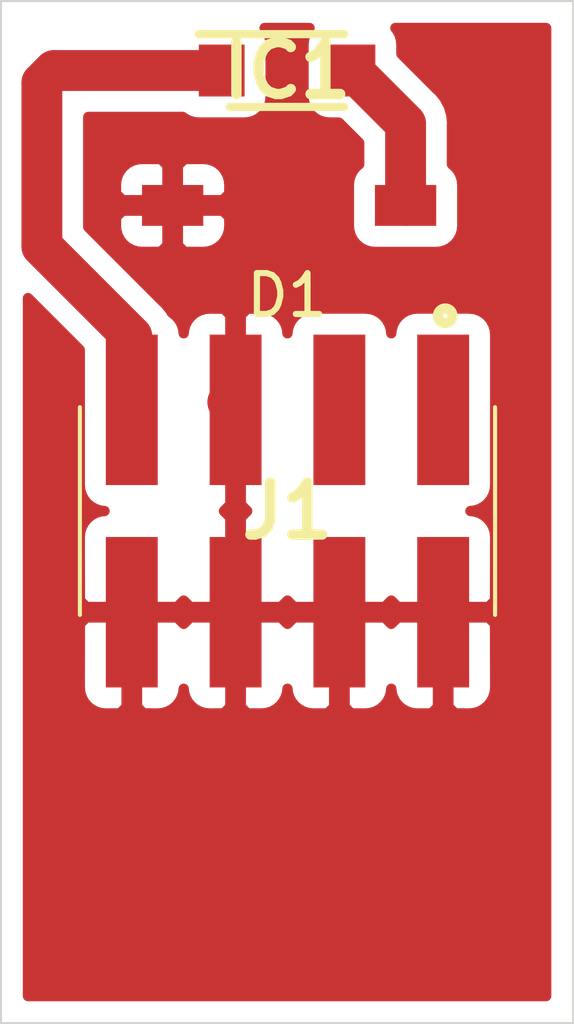
<source format=kicad_pcb>
(kicad_pcb (version 20171130) (host pcbnew "(5.1.6)-1")

  (general
    (thickness 1.6)
    (drawings 27)
    (tracks 9)
    (zones 0)
    (modules 3)
    (nets 4)
  )

  (page A4)
  (layers
    (0 F.Cu signal)
    (31 B.Cu signal hide)
    (32 B.Adhes user hide)
    (33 F.Adhes user hide)
    (34 B.Paste user hide)
    (35 F.Paste user hide)
    (36 B.SilkS user hide)
    (37 F.SilkS user hide)
    (38 B.Mask user hide)
    (39 F.Mask user hide)
    (40 Dwgs.User user hide)
    (41 Cmts.User user hide)
    (42 Eco1.User user hide)
    (43 Eco2.User user hide)
    (44 Edge.Cuts user)
    (45 Margin user hide)
    (46 B.CrtYd user hide)
    (47 F.CrtYd user hide)
    (48 B.Fab user hide)
    (49 F.Fab user hide)
  )

  (setup
    (last_trace_width 1)
    (user_trace_width 0.6)
    (user_trace_width 1)
    (trace_clearance 0.2)
    (zone_clearance 0.508)
    (zone_45_only no)
    (trace_min 0.2)
    (via_size 0.8)
    (via_drill 0.4)
    (via_min_size 0.4)
    (via_min_drill 0.3)
    (uvia_size 0.3)
    (uvia_drill 0.1)
    (uvias_allowed no)
    (uvia_min_size 0.2)
    (uvia_min_drill 0.1)
    (edge_width 0.05)
    (segment_width 0.2)
    (pcb_text_width 0.3)
    (pcb_text_size 1.5 1.5)
    (mod_edge_width 0.12)
    (mod_text_size 1 1)
    (mod_text_width 0.15)
    (pad_size 1.524 1.524)
    (pad_drill 0.762)
    (pad_to_mask_clearance 0.05)
    (aux_axis_origin 0 0)
    (visible_elements 7FFFFFFF)
    (pcbplotparams
      (layerselection 0x00000_7fffffff)
      (usegerberextensions false)
      (usegerberattributes true)
      (usegerberadvancedattributes true)
      (creategerberjobfile true)
      (excludeedgelayer false)
      (linewidth 0.100000)
      (plotframeref false)
      (viasonmask false)
      (mode 1)
      (useauxorigin false)
      (hpglpennumber 1)
      (hpglpenspeed 20)
      (hpglpendiameter 15.000000)
      (psnegative true)
      (psa4output false)
      (plotreference false)
      (plotvalue false)
      (plotinvisibletext false)
      (padsonsilk false)
      (subtractmaskfromsilk false)
      (outputformat 4)
      (mirror false)
      (drillshape 0)
      (scaleselection 1)
      (outputdirectory ""))
  )

  (net 0 "")
  (net 1 GND)
  (net 2 "Net-(D1-Pad2)")
  (net 3 +3V3)

  (net_class Default "This is the default net class."
    (clearance 0.2)
    (trace_width 0.25)
    (via_dia 0.8)
    (via_drill 0.4)
    (uvia_dia 0.3)
    (uvia_drill 0.1)
    (add_net +3V3)
    (add_net GND)
    (add_net "Net-(D1-Pad2)")
    (add_net "Net-(J1-Pad1)")
    (add_net "Net-(J1-Pad3)")
  )

  (module SamacSys_Parts:TSM-104-YY-ZZZ-DV-P-TR (layer F.Cu) (tedit 5F3F11ED) (tstamp 5F486453)
    (at 145.01 87.475)
    (descr TSM-104-YY-ZZZ-DV-P-TR)
    (tags Connector)
    (path /5F3F1E47)
    (attr smd)
    (fp_text reference J1 (at 0 0) (layer F.SilkS)
      (effects (font (size 1.27 1.27) (thickness 0.254)))
    )
    (fp_text value TSM-104-02-S-DV-P-TR (at 0 0) (layer F.SilkS) hide
      (effects (font (size 1.27 1.27) (thickness 0.254)))
    )
    (fp_circle (center 3.86 -4.775) (end 3.81 -4.775) (layer F.SilkS) (width 0.254))
    (fp_line (start -6.28 5.315) (end -6.28 -5.875) (layer Dwgs.User) (width 0.05))
    (fp_line (start 6.28 5.315) (end -6.28 5.315) (layer Dwgs.User) (width 0.05))
    (fp_line (start 6.28 -5.875) (end 6.28 5.315) (layer Dwgs.User) (width 0.05))
    (fp_line (start -6.28 -5.875) (end 6.28 -5.875) (layer Dwgs.User) (width 0.05))
    (fp_line (start -5.08 2.54) (end -5.08 -2.54) (layer F.SilkS) (width 0.1))
    (fp_line (start 5.08 -2.54) (end 5.08 2.54) (layer F.SilkS) (width 0.1))
    (fp_line (start -5.08 2.54) (end -5.08 -2.54) (layer Dwgs.User) (width 0.2))
    (fp_line (start 5.08 2.54) (end -5.08 2.54) (layer Dwgs.User) (width 0.2))
    (fp_line (start 5.08 -2.54) (end 5.08 2.54) (layer Dwgs.User) (width 0.2))
    (fp_line (start -5.08 -2.54) (end 5.08 -2.54) (layer Dwgs.User) (width 0.2))
    (pad 8 smd rect (at -3.81 2.475) (size 1.27 3.68) (layers F.Cu F.Paste F.Mask)
      (net 1 GND))
    (pad 7 smd rect (at -3.81 -2.475) (size 1.27 3.68) (layers F.Cu F.Paste F.Mask)
      (net 3 +3V3))
    (pad 6 smd rect (at -1.27 2.475) (size 1.27 3.68) (layers F.Cu F.Paste F.Mask)
      (net 1 GND))
    (pad 5 smd rect (at -1.27 -2.475) (size 1.27 3.68) (layers F.Cu F.Paste F.Mask)
      (net 1 GND))
    (pad 4 smd rect (at 1.27 2.475) (size 1.27 3.68) (layers F.Cu F.Paste F.Mask)
      (net 1 GND))
    (pad 3 smd rect (at 1.27 -2.475) (size 1.27 3.68) (layers F.Cu F.Paste F.Mask))
    (pad 2 smd rect (at 3.81 2.475) (size 1.27 3.68) (layers F.Cu F.Paste F.Mask)
      (net 1 GND))
    (pad 1 smd rect (at 3.81 -2.475) (size 1.27 3.68) (layers F.Cu F.Paste F.Mask))
  )

  (module SamacSys_Parts:SODFL3718X100N (layer F.Cu) (tedit 5F3F029A) (tstamp 5F494071)
    (at 145 76.7)
    (descr AL5809-20P1-7-)
    (tags "Integrated Circuit")
    (path /5F487AE2)
    (attr smd)
    (fp_text reference IC1 (at 0 0) (layer F.SilkS)
      (effects (font (size 1.27 1.27) (thickness 0.254)))
    )
    (fp_text value AL5809-20P1-7 (at 0 0) (layer F.SilkS) hide
      (effects (font (size 1.27 1.27) (thickness 0.254)))
    )
    (fp_line (start -1.4 0.89) (end 1.4 0.89) (layer F.SilkS) (width 0.2))
    (fp_line (start -2.16 -0.89) (end 1.4 -0.89) (layer F.SilkS) (width 0.2))
    (fp_line (start -1.4 -0.33) (end -0.84 -0.89) (layer Dwgs.User) (width 0.1))
    (fp_line (start -1.4 0.89) (end -1.4 -0.89) (layer Dwgs.User) (width 0.1))
    (fp_line (start 1.4 0.89) (end -1.4 0.89) (layer Dwgs.User) (width 0.1))
    (fp_line (start 1.4 -0.89) (end 1.4 0.89) (layer Dwgs.User) (width 0.1))
    (fp_line (start -1.4 -0.89) (end 1.4 -0.89) (layer Dwgs.User) (width 0.1))
    (fp_line (start -2.31 1.115) (end -2.31 -1.115) (layer Dwgs.User) (width 0.05))
    (fp_line (start 2.31 1.115) (end -2.31 1.115) (layer Dwgs.User) (width 0.05))
    (fp_line (start 2.31 -1.115) (end 2.31 1.115) (layer Dwgs.User) (width 0.05))
    (fp_line (start -2.31 -1.115) (end 2.31 -1.115) (layer Dwgs.User) (width 0.05))
    (pad 2 smd rect (at 1.6 0) (size 1.12 1.27) (layers F.Cu F.Paste F.Mask)
      (net 2 "Net-(D1-Pad2)"))
    (pad 1 smd rect (at -1.6 0) (size 1.12 1.27) (layers F.Cu F.Paste F.Mask)
      (net 3 +3V3))
  )

  (module MiniSpec2:AM2520SECK09 (layer F.Cu) (tedit 5F4886E2) (tstamp 5F494060)
    (at 145 80)
    (path /5F48874D)
    (fp_text reference D1 (at 0 2.2) (layer F.SilkS)
      (effects (font (size 1 1) (thickness 0.15)))
    )
    (fp_text value LED (at 0 -2.1) (layer F.Fab)
      (effects (font (size 1 1) (thickness 0.15)))
    )
    (fp_circle (center 0 0) (end 1.125 0) (layer Dwgs.User) (width 0.12))
    (pad 2 smd rect (at 2.9 0) (size 1.5 1) (layers F.Cu F.Paste F.Mask)
      (net 2 "Net-(D1-Pad2)"))
    (pad 1 smd rect (at -2.8 0) (size 1.5 1) (layers F.Cu F.Paste F.Mask)
      (net 1 GND))
  )

  (gr_line (start 201 168) (end 201 73) (layer Eco2.User) (width 0.15) (tstamp 5F486338))
  (gr_line (start 136 168) (end 201 168) (layer Eco2.User) (width 0.15))
  (gr_line (start 136 73) (end 136 168) (layer Eco2.User) (width 0.15))
  (gr_line (start 201 73) (end 136 73) (layer Eco2.User) (width 0.15))
  (gr_line (start 152 75) (end 152 100) (layer Edge.Cuts) (width 0.05) (tstamp 5F3FB9B7))
  (gr_line (start 138 75) (end 152 75) (layer Edge.Cuts) (width 0.05) (tstamp 5F3FB9B1))
  (gr_line (start 138 100) (end 138 75) (layer Edge.Cuts) (width 0.05) (tstamp 5F3FB9BA))
  (gr_line (start 152 100) (end 138 100) (layer Edge.Cuts) (width 0.05) (tstamp 5F3FB9B4))
  (gr_line (start 151 94.5) (end 151 100) (layer Dwgs.User) (width 0.15))
  (gr_line (start 139 94.5) (end 151 94.5) (layer Dwgs.User) (width 0.15))
  (gr_line (start 139 100) (end 139 94.5) (layer Dwgs.User) (width 0.15))
  (gr_line (start 145 100) (end 138 100) (layer Dwgs.User) (width 0.15) (tstamp 5F3F8341))
  (gr_line (start 138 75) (end 138 100) (layer Dwgs.User) (width 0.15) (tstamp 5F3F8340))
  (gr_line (start 152 75) (end 138 75) (layer Dwgs.User) (width 0.15))
  (gr_line (start 152 100) (end 152 75) (layer Dwgs.User) (width 0.15))
  (gr_line (start 145 100) (end 152 100) (layer Dwgs.User) (width 0.15))
  (gr_line (start 145 75) (end 145 100) (layer Dwgs.User) (width 0.15) (tstamp 5F3F983D))
  (gr_line (start 151 80) (end 139 80) (layer Dwgs.User) (width 0.15))
  (gr_line (start 139 78.5) (end 151 78.5) (layer Dwgs.User) (width 0.15) (tstamp 5F3F833F))
  (gr_line (start 139 81.5) (end 139 78.5) (layer Dwgs.User) (width 0.15))
  (gr_line (start 151 81.5) (end 139 81.5) (layer Dwgs.User) (width 0.15))
  (gr_line (start 151 78.5) (end 151 81.5) (layer Dwgs.User) (width 0.15))
  (gr_line (start 151 92) (end 151 83) (layer Dwgs.User) (width 0.15) (tstamp 5F3F833E))
  (gr_line (start 139 92) (end 151 92) (layer Dwgs.User) (width 0.15))
  (gr_line (start 139 83) (end 139 92) (layer Dwgs.User) (width 0.15))
  (gr_line (start 151 83) (end 139 83) (layer Dwgs.User) (width 0.15))
  (gr_line (start 139 100) (end 138 100) (layer Dwgs.User) (width 0.15))

  (segment (start 143.55 84.81) (end 143.74 85) (width 1) (layer F.Cu) (net 1) (tstamp 5F3FB9D5))
  (segment (start 143.6 84.86) (end 143.74 85) (width 1) (layer F.Cu) (net 1) (tstamp 5F3FB9D2))
  (segment (start 147.9 78) (end 146.6 76.7) (width 1) (layer F.Cu) (net 2))
  (segment (start 147.9 80) (end 147.9 78) (width 1) (layer F.Cu) (net 2))
  (segment (start 143.4 76.7) (end 139.3 76.7) (width 1) (layer F.Cu) (net 3))
  (segment (start 139.3 76.7) (end 139 77) (width 1) (layer F.Cu) (net 3))
  (segment (start 139 77) (end 139 81) (width 1) (layer F.Cu) (net 3))
  (segment (start 141.2 83.2) (end 141.2 85) (width 1) (layer F.Cu) (net 3))
  (segment (start 139 81) (end 141.2 83.2) (width 1) (layer F.Cu) (net 3))

  (zone (net 1) (net_name GND) (layer F.Cu) (tstamp 0) (hatch edge 0.508)
    (connect_pads (clearance 0.508))
    (min_thickness 0.254)
    (fill yes (arc_segments 32) (thermal_gap 0.508) (thermal_bridge_width 0.508))
    (polygon
      (pts
        (xy 152 100) (xy 138 100) (xy 138 75) (xy 152 75)
      )
    )
    (filled_polygon
      (pts
        (xy 145.509463 75.710506) (xy 145.450498 75.82082) (xy 145.414188 75.940518) (xy 145.401928 76.065) (xy 145.401928 77.335)
        (xy 145.414188 77.459482) (xy 145.450498 77.57918) (xy 145.509463 77.689494) (xy 145.588815 77.786185) (xy 145.685506 77.865537)
        (xy 145.79582 77.924502) (xy 145.915518 77.960812) (xy 146.04 77.973072) (xy 146.26794 77.973072) (xy 146.765001 78.470133)
        (xy 146.765001 78.994498) (xy 146.698815 79.048815) (xy 146.619463 79.145506) (xy 146.560498 79.25582) (xy 146.524188 79.375518)
        (xy 146.511928 79.5) (xy 146.511928 80.5) (xy 146.524188 80.624482) (xy 146.560498 80.74418) (xy 146.619463 80.854494)
        (xy 146.698815 80.951185) (xy 146.795506 81.030537) (xy 146.90582 81.089502) (xy 147.025518 81.125812) (xy 147.15 81.138072)
        (xy 147.875439 81.138072) (xy 147.9 81.140491) (xy 147.924561 81.138072) (xy 148.65 81.138072) (xy 148.774482 81.125812)
        (xy 148.89418 81.089502) (xy 149.004494 81.030537) (xy 149.101185 80.951185) (xy 149.180537 80.854494) (xy 149.239502 80.74418)
        (xy 149.275812 80.624482) (xy 149.288072 80.5) (xy 149.288072 79.5) (xy 149.275812 79.375518) (xy 149.239502 79.25582)
        (xy 149.180537 79.145506) (xy 149.101185 79.048815) (xy 149.035 78.994499) (xy 149.035 78.055752) (xy 149.040491 78)
        (xy 149.018577 77.777501) (xy 148.953676 77.563553) (xy 148.848284 77.366377) (xy 148.741989 77.236856) (xy 148.741987 77.236854)
        (xy 148.706449 77.193551) (xy 148.663146 77.158013) (xy 147.798072 76.29294) (xy 147.798072 76.065) (xy 147.785812 75.940518)
        (xy 147.749502 75.82082) (xy 147.690537 75.710506) (xy 147.649088 75.66) (xy 151.34 75.66) (xy 151.340001 99.34)
        (xy 138.66 99.34) (xy 138.66 91.79) (xy 139.926928 91.79) (xy 139.939188 91.914482) (xy 139.975498 92.03418)
        (xy 140.034463 92.144494) (xy 140.113815 92.241185) (xy 140.210506 92.320537) (xy 140.32082 92.379502) (xy 140.440518 92.415812)
        (xy 140.565 92.428072) (xy 140.91425 92.425) (xy 141.073 92.26625) (xy 141.073 90.077) (xy 141.327 90.077)
        (xy 141.327 92.26625) (xy 141.48575 92.425) (xy 141.835 92.428072) (xy 141.959482 92.415812) (xy 142.07918 92.379502)
        (xy 142.189494 92.320537) (xy 142.286185 92.241185) (xy 142.365537 92.144494) (xy 142.424502 92.03418) (xy 142.460812 91.914482)
        (xy 142.47 91.821192) (xy 142.479188 91.914482) (xy 142.515498 92.03418) (xy 142.574463 92.144494) (xy 142.653815 92.241185)
        (xy 142.750506 92.320537) (xy 142.86082 92.379502) (xy 142.980518 92.415812) (xy 143.105 92.428072) (xy 143.45425 92.425)
        (xy 143.613 92.26625) (xy 143.613 90.077) (xy 143.867 90.077) (xy 143.867 92.26625) (xy 144.02575 92.425)
        (xy 144.375 92.428072) (xy 144.499482 92.415812) (xy 144.61918 92.379502) (xy 144.729494 92.320537) (xy 144.826185 92.241185)
        (xy 144.905537 92.144494) (xy 144.964502 92.03418) (xy 145.000812 91.914482) (xy 145.01 91.821192) (xy 145.019188 91.914482)
        (xy 145.055498 92.03418) (xy 145.114463 92.144494) (xy 145.193815 92.241185) (xy 145.290506 92.320537) (xy 145.40082 92.379502)
        (xy 145.520518 92.415812) (xy 145.645 92.428072) (xy 145.99425 92.425) (xy 146.153 92.26625) (xy 146.153 90.077)
        (xy 146.407 90.077) (xy 146.407 92.26625) (xy 146.56575 92.425) (xy 146.915 92.428072) (xy 147.039482 92.415812)
        (xy 147.15918 92.379502) (xy 147.269494 92.320537) (xy 147.366185 92.241185) (xy 147.445537 92.144494) (xy 147.504502 92.03418)
        (xy 147.540812 91.914482) (xy 147.55 91.821192) (xy 147.559188 91.914482) (xy 147.595498 92.03418) (xy 147.654463 92.144494)
        (xy 147.733815 92.241185) (xy 147.830506 92.320537) (xy 147.94082 92.379502) (xy 148.060518 92.415812) (xy 148.185 92.428072)
        (xy 148.53425 92.425) (xy 148.693 92.26625) (xy 148.693 90.077) (xy 148.947 90.077) (xy 148.947 92.26625)
        (xy 149.10575 92.425) (xy 149.455 92.428072) (xy 149.579482 92.415812) (xy 149.69918 92.379502) (xy 149.809494 92.320537)
        (xy 149.906185 92.241185) (xy 149.985537 92.144494) (xy 150.044502 92.03418) (xy 150.080812 91.914482) (xy 150.093072 91.79)
        (xy 150.09 90.23575) (xy 149.93125 90.077) (xy 148.947 90.077) (xy 148.693 90.077) (xy 147.70875 90.077)
        (xy 147.55 90.23575) (xy 147.39125 90.077) (xy 146.407 90.077) (xy 146.153 90.077) (xy 145.16875 90.077)
        (xy 145.01 90.23575) (xy 144.85125 90.077) (xy 143.867 90.077) (xy 143.613 90.077) (xy 142.62875 90.077)
        (xy 142.47 90.23575) (xy 142.31125 90.077) (xy 141.327 90.077) (xy 141.073 90.077) (xy 140.08875 90.077)
        (xy 139.93 90.23575) (xy 139.926928 91.79) (xy 138.66 91.79) (xy 138.66 82.265131) (xy 139.926928 83.53206)
        (xy 139.926928 86.84) (xy 139.939188 86.964482) (xy 139.975498 87.08418) (xy 140.034463 87.194494) (xy 140.113815 87.291185)
        (xy 140.210506 87.370537) (xy 140.32082 87.429502) (xy 140.440518 87.465812) (xy 140.533808 87.475) (xy 140.440518 87.484188)
        (xy 140.32082 87.520498) (xy 140.210506 87.579463) (xy 140.113815 87.658815) (xy 140.034463 87.755506) (xy 139.975498 87.86582)
        (xy 139.939188 87.985518) (xy 139.926928 88.11) (xy 139.93 89.66425) (xy 140.08875 89.823) (xy 141.073 89.823)
        (xy 141.073 89.803) (xy 141.327 89.803) (xy 141.327 89.823) (xy 142.31125 89.823) (xy 142.47 89.66425)
        (xy 142.62875 89.823) (xy 143.613 89.823) (xy 143.613 87.63375) (xy 143.45425 87.475) (xy 143.613 87.31625)
        (xy 143.613 85.127) (xy 143.593 85.127) (xy 143.593 84.873) (xy 143.613 84.873) (xy 143.613 82.68375)
        (xy 143.867 82.68375) (xy 143.867 84.873) (xy 143.887 84.873) (xy 143.887 85.127) (xy 143.867 85.127)
        (xy 143.867 87.31625) (xy 144.02575 87.475) (xy 143.867 87.63375) (xy 143.867 89.823) (xy 144.85125 89.823)
        (xy 145.01 89.66425) (xy 145.16875 89.823) (xy 146.153 89.823) (xy 146.153 89.803) (xy 146.407 89.803)
        (xy 146.407 89.823) (xy 147.39125 89.823) (xy 147.55 89.66425) (xy 147.70875 89.823) (xy 148.693 89.823)
        (xy 148.693 89.803) (xy 148.947 89.803) (xy 148.947 89.823) (xy 149.93125 89.823) (xy 150.09 89.66425)
        (xy 150.093072 88.11) (xy 150.080812 87.985518) (xy 150.044502 87.86582) (xy 149.985537 87.755506) (xy 149.906185 87.658815)
        (xy 149.809494 87.579463) (xy 149.69918 87.520498) (xy 149.579482 87.484188) (xy 149.486192 87.475) (xy 149.579482 87.465812)
        (xy 149.69918 87.429502) (xy 149.809494 87.370537) (xy 149.906185 87.291185) (xy 149.985537 87.194494) (xy 150.044502 87.08418)
        (xy 150.080812 86.964482) (xy 150.093072 86.84) (xy 150.093072 83.16) (xy 150.080812 83.035518) (xy 150.044502 82.91582)
        (xy 149.985537 82.805506) (xy 149.906185 82.708815) (xy 149.809494 82.629463) (xy 149.69918 82.570498) (xy 149.579482 82.534188)
        (xy 149.455 82.521928) (xy 148.185 82.521928) (xy 148.060518 82.534188) (xy 147.94082 82.570498) (xy 147.830506 82.629463)
        (xy 147.733815 82.708815) (xy 147.654463 82.805506) (xy 147.595498 82.91582) (xy 147.559188 83.035518) (xy 147.55 83.128808)
        (xy 147.540812 83.035518) (xy 147.504502 82.91582) (xy 147.445537 82.805506) (xy 147.366185 82.708815) (xy 147.269494 82.629463)
        (xy 147.15918 82.570498) (xy 147.039482 82.534188) (xy 146.915 82.521928) (xy 145.645 82.521928) (xy 145.520518 82.534188)
        (xy 145.40082 82.570498) (xy 145.290506 82.629463) (xy 145.193815 82.708815) (xy 145.114463 82.805506) (xy 145.055498 82.91582)
        (xy 145.019188 83.035518) (xy 145.01 83.128808) (xy 145.000812 83.035518) (xy 144.964502 82.91582) (xy 144.905537 82.805506)
        (xy 144.826185 82.708815) (xy 144.729494 82.629463) (xy 144.61918 82.570498) (xy 144.499482 82.534188) (xy 144.375 82.521928)
        (xy 144.02575 82.525) (xy 143.867 82.68375) (xy 143.613 82.68375) (xy 143.45425 82.525) (xy 143.105 82.521928)
        (xy 142.980518 82.534188) (xy 142.86082 82.570498) (xy 142.750506 82.629463) (xy 142.653815 82.708815) (xy 142.574463 82.805506)
        (xy 142.515498 82.91582) (xy 142.479188 83.035518) (xy 142.47 83.128808) (xy 142.460812 83.035518) (xy 142.424502 82.91582)
        (xy 142.365537 82.805506) (xy 142.286185 82.708815) (xy 142.189494 82.629463) (xy 142.179008 82.623858) (xy 142.148284 82.566377)
        (xy 142.121867 82.534188) (xy 142.006449 82.393551) (xy 141.963141 82.358009) (xy 140.135 80.529869) (xy 140.135 80.5)
        (xy 140.811928 80.5) (xy 140.824188 80.624482) (xy 140.860498 80.74418) (xy 140.919463 80.854494) (xy 140.998815 80.951185)
        (xy 141.095506 81.030537) (xy 141.20582 81.089502) (xy 141.325518 81.125812) (xy 141.45 81.138072) (xy 141.91425 81.135)
        (xy 142.073 80.97625) (xy 142.073 80.127) (xy 142.327 80.127) (xy 142.327 80.97625) (xy 142.48575 81.135)
        (xy 142.95 81.138072) (xy 143.074482 81.125812) (xy 143.19418 81.089502) (xy 143.304494 81.030537) (xy 143.401185 80.951185)
        (xy 143.480537 80.854494) (xy 143.539502 80.74418) (xy 143.575812 80.624482) (xy 143.588072 80.5) (xy 143.585 80.28575)
        (xy 143.42625 80.127) (xy 142.327 80.127) (xy 142.073 80.127) (xy 140.97375 80.127) (xy 140.815 80.28575)
        (xy 140.811928 80.5) (xy 140.135 80.5) (xy 140.135 79.5) (xy 140.811928 79.5) (xy 140.815 79.71425)
        (xy 140.97375 79.873) (xy 142.073 79.873) (xy 142.073 79.02375) (xy 142.327 79.02375) (xy 142.327 79.873)
        (xy 143.42625 79.873) (xy 143.585 79.71425) (xy 143.588072 79.5) (xy 143.575812 79.375518) (xy 143.539502 79.25582)
        (xy 143.480537 79.145506) (xy 143.401185 79.048815) (xy 143.304494 78.969463) (xy 143.19418 78.910498) (xy 143.074482 78.874188)
        (xy 142.95 78.861928) (xy 142.48575 78.865) (xy 142.327 79.02375) (xy 142.073 79.02375) (xy 141.91425 78.865)
        (xy 141.45 78.861928) (xy 141.325518 78.874188) (xy 141.20582 78.910498) (xy 141.095506 78.969463) (xy 140.998815 79.048815)
        (xy 140.919463 79.145506) (xy 140.860498 79.25582) (xy 140.824188 79.375518) (xy 140.811928 79.5) (xy 140.135 79.5)
        (xy 140.135 77.835) (xy 142.448296 77.835) (xy 142.485506 77.865537) (xy 142.59582 77.924502) (xy 142.715518 77.960812)
        (xy 142.84 77.973072) (xy 143.96 77.973072) (xy 144.084482 77.960812) (xy 144.20418 77.924502) (xy 144.314494 77.865537)
        (xy 144.411185 77.786185) (xy 144.490537 77.689494) (xy 144.549502 77.57918) (xy 144.585812 77.459482) (xy 144.598072 77.335)
        (xy 144.598072 76.065) (xy 144.585812 75.940518) (xy 144.549502 75.82082) (xy 144.490537 75.710506) (xy 144.449088 75.66)
        (xy 145.550912 75.66)
      )
    )
  )
)

</source>
